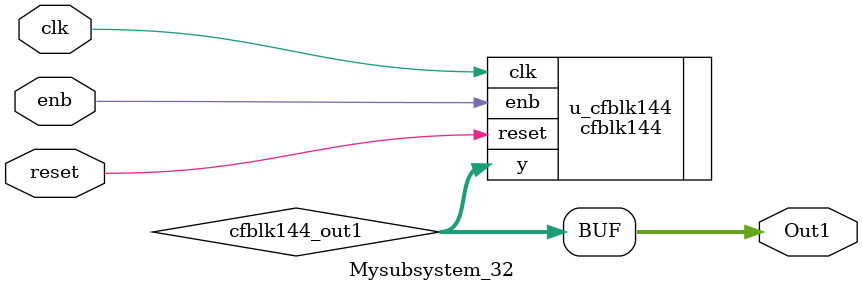
<source format=v>



`timescale 1 ns / 1 ns

module Mysubsystem_32
          (clk,
           reset,
           enb,
           Out1);


  input   clk;
  input   reset;
  input   enb;
  output  [7:0] Out1;  // uint8


  wire [7:0] cfblk144_out1;  // uint8


  cfblk144 u_cfblk144 (.clk(clk),
                       .reset(reset),
                       .enb(enb),
                       .y(cfblk144_out1)  // uint8
                       );

  assign Out1 = cfblk144_out1;

endmodule  // Mysubsystem_32


</source>
